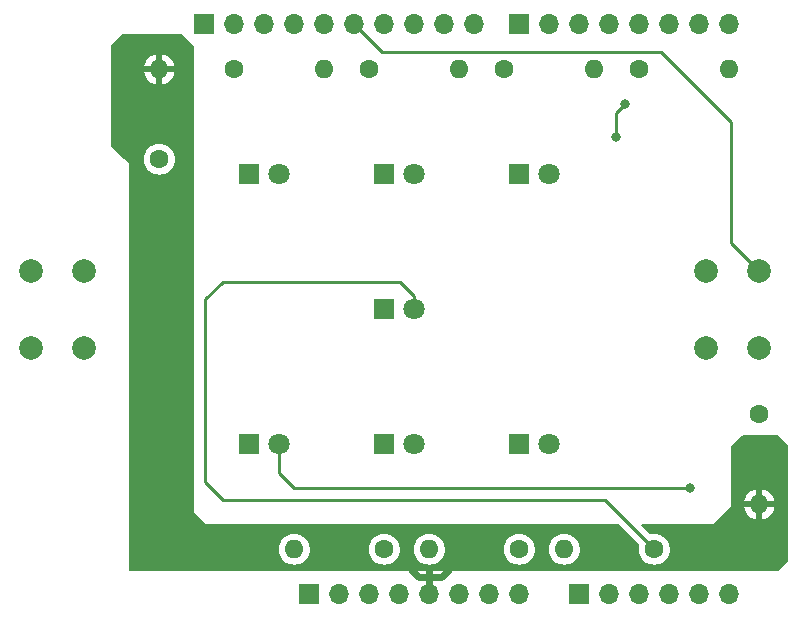
<source format=gbr>
%TF.GenerationSoftware,KiCad,Pcbnew,(6.0.7)*%
%TF.CreationDate,2022-08-31T11:28:36+09:00*%
%TF.ProjectId,LED_Dice,4c45445f-4469-4636-952e-6b696361645f,rev?*%
%TF.SameCoordinates,Original*%
%TF.FileFunction,Copper,L2,Bot*%
%TF.FilePolarity,Positive*%
%FSLAX46Y46*%
G04 Gerber Fmt 4.6, Leading zero omitted, Abs format (unit mm)*
G04 Created by KiCad (PCBNEW (6.0.7)) date 2022-08-31 11:28:36*
%MOMM*%
%LPD*%
G01*
G04 APERTURE LIST*
%TA.AperFunction,ComponentPad*%
%ADD10R,1.700000X1.700000*%
%TD*%
%TA.AperFunction,ComponentPad*%
%ADD11O,1.700000X1.700000*%
%TD*%
%TA.AperFunction,ComponentPad*%
%ADD12C,2.000000*%
%TD*%
%TA.AperFunction,ComponentPad*%
%ADD13C,1.600000*%
%TD*%
%TA.AperFunction,ComponentPad*%
%ADD14O,1.600000X1.600000*%
%TD*%
%TA.AperFunction,ComponentPad*%
%ADD15C,1.800000*%
%TD*%
%TA.AperFunction,ComponentPad*%
%ADD16R,1.800000X1.800000*%
%TD*%
%TA.AperFunction,ViaPad*%
%ADD17C,0.800000*%
%TD*%
%TA.AperFunction,Conductor*%
%ADD18C,0.600000*%
%TD*%
%TA.AperFunction,Conductor*%
%ADD19C,0.400000*%
%TD*%
%TA.AperFunction,Conductor*%
%ADD20C,0.250000*%
%TD*%
G04 APERTURE END LIST*
D10*
%TO.P,J4,1,Pin_1*%
%TO.N,D07*%
X242570000Y-29210000D03*
D11*
%TO.P,J4,2,Pin_2*%
%TO.N,D06*%
X245110000Y-29210000D03*
%TO.P,J4,3,Pin_3*%
%TO.N,D05*%
X247650000Y-29210000D03*
%TO.P,J4,4,Pin_4*%
%TO.N,D04*%
X250190000Y-29210000D03*
%TO.P,J4,5,Pin_5*%
%TO.N,unconnected-(J4-Pad5)*%
X252730000Y-29210000D03*
%TO.P,J4,6,Pin_6*%
%TO.N,unconnected-(J4-Pad6)*%
X255270000Y-29210000D03*
%TO.P,J4,7,Pin_7*%
%TO.N,unconnected-(J4-Pad7)*%
X257810000Y-29210000D03*
%TO.P,J4,8,Pin_8*%
%TO.N,unconnected-(J4-Pad8)*%
X260350000Y-29210000D03*
%TD*%
D10*
%TO.P,J3,1,Pin_1*%
%TO.N,unconnected-(J3-Pad1)*%
X215900000Y-29210000D03*
D11*
%TO.P,J3,2,Pin_2*%
%TO.N,unconnected-(J3-Pad2)*%
X218440000Y-29210000D03*
%TO.P,J3,3,Pin_3*%
%TO.N,unconnected-(J3-Pad3)*%
X220980000Y-29210000D03*
%TO.P,J3,4,Pin_4*%
%TO.N,unconnected-(J3-Pad4)*%
X223520000Y-29210000D03*
%TO.P,J3,5,Pin_5*%
%TO.N,unconnected-(J3-Pad5)*%
X226060000Y-29210000D03*
%TO.P,J3,6,Pin_6*%
%TO.N,D12_SW2*%
X228600000Y-29210000D03*
%TO.P,J3,7,Pin_7*%
%TO.N,D11_SW1*%
X231140000Y-29210000D03*
%TO.P,J3,8,Pin_8*%
%TO.N,D10*%
X233680000Y-29210000D03*
%TO.P,J3,9,Pin_9*%
%TO.N,D09*%
X236220000Y-29210000D03*
%TO.P,J3,10,Pin_10*%
%TO.N,D08*%
X238760000Y-29210000D03*
%TD*%
D10*
%TO.P,J2,1,Pin_1*%
%TO.N,unconnected-(J2-Pad1)*%
X247650000Y-77470000D03*
D11*
%TO.P,J2,2,Pin_2*%
%TO.N,unconnected-(J2-Pad2)*%
X250190000Y-77470000D03*
%TO.P,J2,3,Pin_3*%
%TO.N,unconnected-(J2-Pad3)*%
X252730000Y-77470000D03*
%TO.P,J2,4,Pin_4*%
%TO.N,unconnected-(J2-Pad4)*%
X255270000Y-77470000D03*
%TO.P,J2,5,Pin_5*%
%TO.N,unconnected-(J2-Pad5)*%
X257810000Y-77470000D03*
%TO.P,J2,6,Pin_6*%
%TO.N,unconnected-(J2-Pad6)*%
X260350000Y-77470000D03*
%TD*%
D10*
%TO.P,J1,1,Pin_1*%
%TO.N,unconnected-(J1-Pad1)*%
X224790000Y-77470000D03*
D11*
%TO.P,J1,2,Pin_2*%
%TO.N,unconnected-(J1-Pad2)*%
X227330000Y-77470000D03*
%TO.P,J1,3,Pin_3*%
%TO.N,unconnected-(J1-Pad3)*%
X229870000Y-77470000D03*
%TO.P,J1,4,Pin_4*%
%TO.N,unconnected-(J1-Pad4)*%
X232410000Y-77470000D03*
%TO.P,J1,5,Pin_5*%
%TO.N,+5V*%
X234950000Y-77470000D03*
%TO.P,J1,6,Pin_6*%
%TO.N,GND*%
X237490000Y-77470000D03*
%TO.P,J1,7,Pin_7*%
X240030000Y-77470000D03*
%TO.P,J1,8,Pin_8*%
%TO.N,unconnected-(J1-Pad8)*%
X242570000Y-77470000D03*
%TD*%
D12*
%TO.P,SW2,1,1*%
%TO.N,GND*%
X258390000Y-56590000D03*
%TO.P,SW2,2,2*%
X258390000Y-50090000D03*
%TO.P,SW2,3,K*%
%TO.N,D12_SW2*%
X262890000Y-50090000D03*
%TO.P,SW2,4,A*%
X262890000Y-56590000D03*
%TD*%
%TO.P,SW1,1,1*%
%TO.N,GND*%
X201240000Y-56590000D03*
%TO.P,SW1,2,2*%
X201240000Y-50090000D03*
%TO.P,SW1,3,K*%
%TO.N,D11_SW1*%
X205740000Y-50090000D03*
%TO.P,SW1,4,A*%
X205740000Y-56590000D03*
%TD*%
D13*
%TO.P,R9,1*%
%TO.N,D12_SW2*%
X262890000Y-62230000D03*
D14*
%TO.P,R9,2*%
%TO.N,+5V*%
X262890000Y-69850000D03*
%TD*%
D13*
%TO.P,R8,1*%
%TO.N,D11_SW1*%
X212090000Y-40640000D03*
D14*
%TO.P,R8,2*%
%TO.N,+5V*%
X212090000Y-33020000D03*
%TD*%
D13*
%TO.P,R7,1*%
%TO.N,Net-(R7-Pad1)*%
X218440000Y-33020000D03*
D14*
%TO.P,R7,2*%
%TO.N,D10*%
X226060000Y-33020000D03*
%TD*%
D13*
%TO.P,R6,1*%
%TO.N,Net-(D6-Pad2)*%
X229870000Y-33020000D03*
D14*
%TO.P,R6,2*%
%TO.N,D09*%
X237490000Y-33020000D03*
%TD*%
D13*
%TO.P,R5,1*%
%TO.N,Net-(D5-Pad2)*%
X241300000Y-33020000D03*
D14*
%TO.P,R5,2*%
%TO.N,D08*%
X248920000Y-33020000D03*
%TD*%
D13*
%TO.P,R4,1*%
%TO.N,Net-(D4-Pad2)*%
X252730000Y-33020000D03*
D14*
%TO.P,R4,2*%
%TO.N,D07*%
X260350000Y-33020000D03*
%TD*%
D13*
%TO.P,R3,1*%
%TO.N,Net-(D3-Pad2)*%
X231140000Y-73660000D03*
D14*
%TO.P,R3,2*%
%TO.N,D06*%
X223520000Y-73660000D03*
%TD*%
D13*
%TO.P,R2,1*%
%TO.N,Net-(D2-Pad2)*%
X242570000Y-73660000D03*
D14*
%TO.P,R2,2*%
%TO.N,D05*%
X234950000Y-73660000D03*
%TD*%
D13*
%TO.P,R1,1*%
%TO.N,Net-(D1-Pad2)*%
X254000000Y-73660000D03*
D14*
%TO.P,R1,2*%
%TO.N,D04*%
X246380000Y-73660000D03*
%TD*%
D15*
%TO.P,D7,2,A*%
%TO.N,Net-(R7-Pad1)*%
X222250000Y-41910000D03*
D16*
%TO.P,D7,1,K*%
%TO.N,GND*%
X219710000Y-41910000D03*
%TD*%
%TO.P,D6,1,K*%
%TO.N,GND*%
X231140000Y-41910000D03*
D15*
%TO.P,D6,2,A*%
%TO.N,Net-(D6-Pad2)*%
X233680000Y-41910000D03*
%TD*%
D16*
%TO.P,D5,1,K*%
%TO.N,GND*%
X242570000Y-41910000D03*
D15*
%TO.P,D5,2,A*%
%TO.N,Net-(D5-Pad2)*%
X245110000Y-41910000D03*
%TD*%
D16*
%TO.P,D4,1,K*%
%TO.N,GND*%
X219710000Y-64770000D03*
D15*
%TO.P,D4,2,A*%
%TO.N,Net-(D4-Pad2)*%
X222250000Y-64770000D03*
%TD*%
D16*
%TO.P,D3,1,K*%
%TO.N,GND*%
X231140000Y-64770000D03*
D15*
%TO.P,D3,2,A*%
%TO.N,Net-(D3-Pad2)*%
X233680000Y-64770000D03*
%TD*%
D16*
%TO.P,D2,1,K*%
%TO.N,GND*%
X242570000Y-64770000D03*
D15*
%TO.P,D2,2,A*%
%TO.N,Net-(D2-Pad2)*%
X245110000Y-64770000D03*
%TD*%
D16*
%TO.P,D1,1,K*%
%TO.N,GND*%
X231140000Y-53340000D03*
D15*
%TO.P,D1,2,A*%
%TO.N,Net-(D1-Pad2)*%
X233680000Y-53340000D03*
%TD*%
D17*
%TO.N,D04*%
X250737700Y-38762300D03*
X251500000Y-36000000D03*
%TO.N,Net-(D4-Pad2)*%
X257000000Y-68500000D03*
%TD*%
D18*
%TO.N,+5V*%
X235950000Y-76050000D02*
X236500000Y-75500000D01*
X234950000Y-76050000D02*
X235950000Y-76050000D01*
X234950000Y-76050000D02*
X234050000Y-76050000D01*
X233500000Y-75500000D02*
X234050000Y-76050000D01*
X234950000Y-76050000D02*
X234950000Y-75550000D01*
X234950000Y-77470000D02*
X234950000Y-76050000D01*
D19*
X234950000Y-75550000D02*
X235000000Y-75500000D01*
D20*
%TO.N,D04*%
X250737700Y-36762300D02*
X251500000Y-36000000D01*
X250737700Y-38762300D02*
X250737700Y-36762300D01*
%TO.N,Net-(D4-Pad2)*%
X223500000Y-68500000D02*
X257000000Y-68500000D01*
X222250000Y-67250000D02*
X223500000Y-68500000D01*
X222250000Y-64770000D02*
X222250000Y-67250000D01*
%TO.N,Net-(D1-Pad2)*%
X233680000Y-52180000D02*
X233680000Y-53340000D01*
X232500000Y-51000000D02*
X233680000Y-52180000D01*
X217500000Y-51000000D02*
X232500000Y-51000000D01*
X216000000Y-52500000D02*
X217500000Y-51000000D01*
X216000000Y-68000000D02*
X216000000Y-52500000D01*
X217500000Y-69500000D02*
X216000000Y-68000000D01*
X249840000Y-69500000D02*
X217500000Y-69500000D01*
X254000000Y-73660000D02*
X249840000Y-69500000D01*
D19*
%TO.N,+5V*%
X238000000Y-74420000D02*
X238000000Y-73500000D01*
D20*
%TO.N,D12_SW2*%
X260500000Y-47700000D02*
X262890000Y-50090000D01*
X260500000Y-37500000D02*
X260500000Y-47700000D01*
X230956399Y-31566399D02*
X254566399Y-31566399D01*
X254566399Y-31566399D02*
X260500000Y-37500000D01*
X228600000Y-29210000D02*
X230956399Y-31566399D01*
%TD*%
%TA.AperFunction,Conductor*%
%TO.N,+5V*%
G36*
X214015931Y-30020002D02*
G01*
X214036905Y-30036905D01*
X214963095Y-30963095D01*
X214997121Y-31025407D01*
X215000000Y-31052190D01*
X215000000Y-70500000D01*
X216000000Y-71500000D01*
X250891906Y-71500000D01*
X250960027Y-71520002D01*
X250981001Y-71536905D01*
X252690848Y-73246752D01*
X252724874Y-73309064D01*
X252723459Y-73368459D01*
X252707882Y-73426591D01*
X252707881Y-73426598D01*
X252706457Y-73431913D01*
X252686502Y-73660000D01*
X252706457Y-73888087D01*
X252765716Y-74109243D01*
X252768039Y-74114224D01*
X252768039Y-74114225D01*
X252860151Y-74311762D01*
X252860154Y-74311767D01*
X252862477Y-74316749D01*
X252993802Y-74504300D01*
X253155700Y-74666198D01*
X253160208Y-74669355D01*
X253160211Y-74669357D01*
X253238389Y-74724098D01*
X253343251Y-74797523D01*
X253348233Y-74799846D01*
X253348238Y-74799849D01*
X253545775Y-74891961D01*
X253550757Y-74894284D01*
X253556065Y-74895706D01*
X253556067Y-74895707D01*
X253766598Y-74952119D01*
X253766600Y-74952119D01*
X253771913Y-74953543D01*
X254000000Y-74973498D01*
X254228087Y-74953543D01*
X254233400Y-74952119D01*
X254233402Y-74952119D01*
X254443933Y-74895707D01*
X254443935Y-74895706D01*
X254449243Y-74894284D01*
X254454225Y-74891961D01*
X254651762Y-74799849D01*
X254651767Y-74799846D01*
X254656749Y-74797523D01*
X254761611Y-74724098D01*
X254839789Y-74669357D01*
X254839792Y-74669355D01*
X254844300Y-74666198D01*
X255006198Y-74504300D01*
X255137523Y-74316749D01*
X255139846Y-74311767D01*
X255139849Y-74311762D01*
X255231961Y-74114225D01*
X255231961Y-74114224D01*
X255234284Y-74109243D01*
X255293543Y-73888087D01*
X255313498Y-73660000D01*
X255293543Y-73431913D01*
X255292117Y-73426591D01*
X255235707Y-73216067D01*
X255235706Y-73216065D01*
X255234284Y-73210757D01*
X255231961Y-73205775D01*
X255139849Y-73008238D01*
X255139846Y-73008233D01*
X255137523Y-73003251D01*
X255006198Y-72815700D01*
X254844300Y-72653802D01*
X254839792Y-72650645D01*
X254839789Y-72650643D01*
X254761611Y-72595902D01*
X254656749Y-72522477D01*
X254651767Y-72520154D01*
X254651762Y-72520151D01*
X254454225Y-72428039D01*
X254454224Y-72428039D01*
X254449243Y-72425716D01*
X254443935Y-72424294D01*
X254443933Y-72424293D01*
X254233402Y-72367881D01*
X254233400Y-72367881D01*
X254228087Y-72366457D01*
X254000000Y-72346502D01*
X253771913Y-72366457D01*
X253708458Y-72383460D01*
X253637482Y-72381770D01*
X253586753Y-72350848D01*
X252951000Y-71715095D01*
X252916974Y-71652783D01*
X252922039Y-71581968D01*
X252964586Y-71525132D01*
X253031106Y-71500321D01*
X253040095Y-71500000D01*
X259000000Y-71500000D01*
X260383478Y-70116522D01*
X261607273Y-70116522D01*
X261654764Y-70293761D01*
X261658510Y-70304053D01*
X261750586Y-70501511D01*
X261756069Y-70511007D01*
X261881028Y-70689467D01*
X261888084Y-70697875D01*
X262042125Y-70851916D01*
X262050533Y-70858972D01*
X262228993Y-70983931D01*
X262238489Y-70989414D01*
X262435947Y-71081490D01*
X262446239Y-71085236D01*
X262618503Y-71131394D01*
X262632599Y-71131058D01*
X262636000Y-71123116D01*
X262636000Y-71117967D01*
X263144000Y-71117967D01*
X263147973Y-71131498D01*
X263156522Y-71132727D01*
X263333761Y-71085236D01*
X263344053Y-71081490D01*
X263541511Y-70989414D01*
X263551007Y-70983931D01*
X263729467Y-70858972D01*
X263737875Y-70851916D01*
X263891916Y-70697875D01*
X263898972Y-70689467D01*
X264023931Y-70511007D01*
X264029414Y-70501511D01*
X264121490Y-70304053D01*
X264125236Y-70293761D01*
X264171394Y-70121497D01*
X264171058Y-70107401D01*
X264163116Y-70104000D01*
X263162115Y-70104000D01*
X263146876Y-70108475D01*
X263145671Y-70109865D01*
X263144000Y-70117548D01*
X263144000Y-71117967D01*
X262636000Y-71117967D01*
X262636000Y-70122115D01*
X262631525Y-70106876D01*
X262630135Y-70105671D01*
X262622452Y-70104000D01*
X261622033Y-70104000D01*
X261608502Y-70107973D01*
X261607273Y-70116522D01*
X260383478Y-70116522D01*
X260500000Y-70000000D01*
X260500000Y-69578503D01*
X261608606Y-69578503D01*
X261608942Y-69592599D01*
X261616884Y-69596000D01*
X262617885Y-69596000D01*
X262633124Y-69591525D01*
X262634329Y-69590135D01*
X262636000Y-69582452D01*
X262636000Y-69577885D01*
X263144000Y-69577885D01*
X263148475Y-69593124D01*
X263149865Y-69594329D01*
X263157548Y-69596000D01*
X264157967Y-69596000D01*
X264171498Y-69592027D01*
X264172727Y-69583478D01*
X264125236Y-69406239D01*
X264121490Y-69395947D01*
X264029414Y-69198489D01*
X264023931Y-69188993D01*
X263898972Y-69010533D01*
X263891916Y-69002125D01*
X263737875Y-68848084D01*
X263729467Y-68841028D01*
X263551007Y-68716069D01*
X263541511Y-68710586D01*
X263344053Y-68618510D01*
X263333761Y-68614764D01*
X263161497Y-68568606D01*
X263147401Y-68568942D01*
X263144000Y-68576884D01*
X263144000Y-69577885D01*
X262636000Y-69577885D01*
X262636000Y-68582033D01*
X262632027Y-68568502D01*
X262623478Y-68567273D01*
X262446239Y-68614764D01*
X262435947Y-68618510D01*
X262238489Y-68710586D01*
X262228993Y-68716069D01*
X262050533Y-68841028D01*
X262042125Y-68848084D01*
X261888084Y-69002125D01*
X261881028Y-69010533D01*
X261756069Y-69188993D01*
X261750586Y-69198489D01*
X261658510Y-69395947D01*
X261654764Y-69406239D01*
X261608606Y-69578503D01*
X260500000Y-69578503D01*
X260500000Y-65052190D01*
X260520002Y-64984069D01*
X260536905Y-64963095D01*
X261463095Y-64036905D01*
X261525407Y-64002879D01*
X261552190Y-64000000D01*
X264447810Y-64000000D01*
X264515931Y-64020002D01*
X264536905Y-64036905D01*
X265324595Y-64824595D01*
X265358621Y-64886907D01*
X265361500Y-64913690D01*
X265361500Y-74586310D01*
X265341498Y-74654431D01*
X265324595Y-74675405D01*
X264536905Y-75463095D01*
X264474593Y-75497121D01*
X264447810Y-75500000D01*
X209626000Y-75500000D01*
X209557879Y-75479998D01*
X209511386Y-75426342D01*
X209500000Y-75374000D01*
X209500000Y-73660000D01*
X222206502Y-73660000D01*
X222226457Y-73888087D01*
X222285716Y-74109243D01*
X222288039Y-74114224D01*
X222288039Y-74114225D01*
X222380151Y-74311762D01*
X222380154Y-74311767D01*
X222382477Y-74316749D01*
X222513802Y-74504300D01*
X222675700Y-74666198D01*
X222680208Y-74669355D01*
X222680211Y-74669357D01*
X222758389Y-74724098D01*
X222863251Y-74797523D01*
X222868233Y-74799846D01*
X222868238Y-74799849D01*
X223065775Y-74891961D01*
X223070757Y-74894284D01*
X223076065Y-74895706D01*
X223076067Y-74895707D01*
X223286598Y-74952119D01*
X223286600Y-74952119D01*
X223291913Y-74953543D01*
X223520000Y-74973498D01*
X223748087Y-74953543D01*
X223753400Y-74952119D01*
X223753402Y-74952119D01*
X223963933Y-74895707D01*
X223963935Y-74895706D01*
X223969243Y-74894284D01*
X223974225Y-74891961D01*
X224171762Y-74799849D01*
X224171767Y-74799846D01*
X224176749Y-74797523D01*
X224281611Y-74724098D01*
X224359789Y-74669357D01*
X224359792Y-74669355D01*
X224364300Y-74666198D01*
X224526198Y-74504300D01*
X224657523Y-74316749D01*
X224659846Y-74311767D01*
X224659849Y-74311762D01*
X224751961Y-74114225D01*
X224751961Y-74114224D01*
X224754284Y-74109243D01*
X224813543Y-73888087D01*
X224833498Y-73660000D01*
X229826502Y-73660000D01*
X229846457Y-73888087D01*
X229905716Y-74109243D01*
X229908039Y-74114224D01*
X229908039Y-74114225D01*
X230000151Y-74311762D01*
X230000154Y-74311767D01*
X230002477Y-74316749D01*
X230133802Y-74504300D01*
X230295700Y-74666198D01*
X230300208Y-74669355D01*
X230300211Y-74669357D01*
X230378389Y-74724098D01*
X230483251Y-74797523D01*
X230488233Y-74799846D01*
X230488238Y-74799849D01*
X230685775Y-74891961D01*
X230690757Y-74894284D01*
X230696065Y-74895706D01*
X230696067Y-74895707D01*
X230906598Y-74952119D01*
X230906600Y-74952119D01*
X230911913Y-74953543D01*
X231140000Y-74973498D01*
X231368087Y-74953543D01*
X231373400Y-74952119D01*
X231373402Y-74952119D01*
X231583933Y-74895707D01*
X231583935Y-74895706D01*
X231589243Y-74894284D01*
X231594225Y-74891961D01*
X231791762Y-74799849D01*
X231791767Y-74799846D01*
X231796749Y-74797523D01*
X231901611Y-74724098D01*
X231979789Y-74669357D01*
X231979792Y-74669355D01*
X231984300Y-74666198D01*
X232146198Y-74504300D01*
X232277523Y-74316749D01*
X232279846Y-74311767D01*
X232279849Y-74311762D01*
X232371961Y-74114225D01*
X232371961Y-74114224D01*
X232374284Y-74109243D01*
X232433543Y-73888087D01*
X232453498Y-73660000D01*
X233636502Y-73660000D01*
X233656457Y-73888087D01*
X233715716Y-74109243D01*
X233718039Y-74114224D01*
X233718039Y-74114225D01*
X233810151Y-74311762D01*
X233810154Y-74311767D01*
X233812477Y-74316749D01*
X233943802Y-74504300D01*
X234105700Y-74666198D01*
X234110208Y-74669355D01*
X234110211Y-74669357D01*
X234188389Y-74724098D01*
X234293251Y-74797523D01*
X234298233Y-74799846D01*
X234298238Y-74799849D01*
X234495775Y-74891961D01*
X234500757Y-74894284D01*
X234506065Y-74895706D01*
X234506067Y-74895707D01*
X234716598Y-74952119D01*
X234716600Y-74952119D01*
X234721913Y-74953543D01*
X234950000Y-74973498D01*
X235178087Y-74953543D01*
X235183400Y-74952119D01*
X235183402Y-74952119D01*
X235393933Y-74895707D01*
X235393935Y-74895706D01*
X235399243Y-74894284D01*
X235404225Y-74891961D01*
X235601762Y-74799849D01*
X235601767Y-74799846D01*
X235606749Y-74797523D01*
X235711611Y-74724098D01*
X235789789Y-74669357D01*
X235789792Y-74669355D01*
X235794300Y-74666198D01*
X235956198Y-74504300D01*
X236087523Y-74316749D01*
X236089846Y-74311767D01*
X236089849Y-74311762D01*
X236181961Y-74114225D01*
X236181961Y-74114224D01*
X236184284Y-74109243D01*
X236243543Y-73888087D01*
X236263498Y-73660000D01*
X241256502Y-73660000D01*
X241276457Y-73888087D01*
X241335716Y-74109243D01*
X241338039Y-74114224D01*
X241338039Y-74114225D01*
X241430151Y-74311762D01*
X241430154Y-74311767D01*
X241432477Y-74316749D01*
X241563802Y-74504300D01*
X241725700Y-74666198D01*
X241730208Y-74669355D01*
X241730211Y-74669357D01*
X241808389Y-74724098D01*
X241913251Y-74797523D01*
X241918233Y-74799846D01*
X241918238Y-74799849D01*
X242115775Y-74891961D01*
X242120757Y-74894284D01*
X242126065Y-74895706D01*
X242126067Y-74895707D01*
X242336598Y-74952119D01*
X242336600Y-74952119D01*
X242341913Y-74953543D01*
X242570000Y-74973498D01*
X242798087Y-74953543D01*
X242803400Y-74952119D01*
X242803402Y-74952119D01*
X243013933Y-74895707D01*
X243013935Y-74895706D01*
X243019243Y-74894284D01*
X243024225Y-74891961D01*
X243221762Y-74799849D01*
X243221767Y-74799846D01*
X243226749Y-74797523D01*
X243331611Y-74724098D01*
X243409789Y-74669357D01*
X243409792Y-74669355D01*
X243414300Y-74666198D01*
X243576198Y-74504300D01*
X243707523Y-74316749D01*
X243709846Y-74311767D01*
X243709849Y-74311762D01*
X243801961Y-74114225D01*
X243801961Y-74114224D01*
X243804284Y-74109243D01*
X243863543Y-73888087D01*
X243883498Y-73660000D01*
X245066502Y-73660000D01*
X245086457Y-73888087D01*
X245145716Y-74109243D01*
X245148039Y-74114224D01*
X245148039Y-74114225D01*
X245240151Y-74311762D01*
X245240154Y-74311767D01*
X245242477Y-74316749D01*
X245373802Y-74504300D01*
X245535700Y-74666198D01*
X245540208Y-74669355D01*
X245540211Y-74669357D01*
X245618389Y-74724098D01*
X245723251Y-74797523D01*
X245728233Y-74799846D01*
X245728238Y-74799849D01*
X245925775Y-74891961D01*
X245930757Y-74894284D01*
X245936065Y-74895706D01*
X245936067Y-74895707D01*
X246146598Y-74952119D01*
X246146600Y-74952119D01*
X246151913Y-74953543D01*
X246380000Y-74973498D01*
X246608087Y-74953543D01*
X246613400Y-74952119D01*
X246613402Y-74952119D01*
X246823933Y-74895707D01*
X246823935Y-74895706D01*
X246829243Y-74894284D01*
X246834225Y-74891961D01*
X247031762Y-74799849D01*
X247031767Y-74799846D01*
X247036749Y-74797523D01*
X247141611Y-74724098D01*
X247219789Y-74669357D01*
X247219792Y-74669355D01*
X247224300Y-74666198D01*
X247386198Y-74504300D01*
X247517523Y-74316749D01*
X247519846Y-74311767D01*
X247519849Y-74311762D01*
X247611961Y-74114225D01*
X247611961Y-74114224D01*
X247614284Y-74109243D01*
X247673543Y-73888087D01*
X247693498Y-73660000D01*
X247673543Y-73431913D01*
X247672117Y-73426591D01*
X247615707Y-73216067D01*
X247615706Y-73216065D01*
X247614284Y-73210757D01*
X247611961Y-73205775D01*
X247519849Y-73008238D01*
X247519846Y-73008233D01*
X247517523Y-73003251D01*
X247386198Y-72815700D01*
X247224300Y-72653802D01*
X247219792Y-72650645D01*
X247219789Y-72650643D01*
X247141611Y-72595902D01*
X247036749Y-72522477D01*
X247031767Y-72520154D01*
X247031762Y-72520151D01*
X246834225Y-72428039D01*
X246834224Y-72428039D01*
X246829243Y-72425716D01*
X246823935Y-72424294D01*
X246823933Y-72424293D01*
X246613402Y-72367881D01*
X246613400Y-72367881D01*
X246608087Y-72366457D01*
X246380000Y-72346502D01*
X246151913Y-72366457D01*
X246146600Y-72367881D01*
X246146598Y-72367881D01*
X245936067Y-72424293D01*
X245936065Y-72424294D01*
X245930757Y-72425716D01*
X245925776Y-72428039D01*
X245925775Y-72428039D01*
X245728238Y-72520151D01*
X245728233Y-72520154D01*
X245723251Y-72522477D01*
X245618389Y-72595902D01*
X245540211Y-72650643D01*
X245540208Y-72650645D01*
X245535700Y-72653802D01*
X245373802Y-72815700D01*
X245242477Y-73003251D01*
X245240154Y-73008233D01*
X245240151Y-73008238D01*
X245148039Y-73205775D01*
X245145716Y-73210757D01*
X245144294Y-73216065D01*
X245144293Y-73216067D01*
X245087883Y-73426591D01*
X245086457Y-73431913D01*
X245066502Y-73660000D01*
X243883498Y-73660000D01*
X243863543Y-73431913D01*
X243862117Y-73426591D01*
X243805707Y-73216067D01*
X243805706Y-73216065D01*
X243804284Y-73210757D01*
X243801961Y-73205775D01*
X243709849Y-73008238D01*
X243709846Y-73008233D01*
X243707523Y-73003251D01*
X243576198Y-72815700D01*
X243414300Y-72653802D01*
X243409792Y-72650645D01*
X243409789Y-72650643D01*
X243331611Y-72595902D01*
X243226749Y-72522477D01*
X243221767Y-72520154D01*
X243221762Y-72520151D01*
X243024225Y-72428039D01*
X243024224Y-72428039D01*
X243019243Y-72425716D01*
X243013935Y-72424294D01*
X243013933Y-72424293D01*
X242803402Y-72367881D01*
X242803400Y-72367881D01*
X242798087Y-72366457D01*
X242570000Y-72346502D01*
X242341913Y-72366457D01*
X242336600Y-72367881D01*
X242336598Y-72367881D01*
X242126067Y-72424293D01*
X242126065Y-72424294D01*
X242120757Y-72425716D01*
X242115776Y-72428039D01*
X242115775Y-72428039D01*
X241918238Y-72520151D01*
X241918233Y-72520154D01*
X241913251Y-72522477D01*
X241808389Y-72595902D01*
X241730211Y-72650643D01*
X241730208Y-72650645D01*
X241725700Y-72653802D01*
X241563802Y-72815700D01*
X241432477Y-73003251D01*
X241430154Y-73008233D01*
X241430151Y-73008238D01*
X241338039Y-73205775D01*
X241335716Y-73210757D01*
X241334294Y-73216065D01*
X241334293Y-73216067D01*
X241277883Y-73426591D01*
X241276457Y-73431913D01*
X241256502Y-73660000D01*
X236263498Y-73660000D01*
X236243543Y-73431913D01*
X236242117Y-73426591D01*
X236185707Y-73216067D01*
X236185706Y-73216065D01*
X236184284Y-73210757D01*
X236181961Y-73205775D01*
X236089849Y-73008238D01*
X236089846Y-73008233D01*
X236087523Y-73003251D01*
X235956198Y-72815700D01*
X235794300Y-72653802D01*
X235789792Y-72650645D01*
X235789789Y-72650643D01*
X235711611Y-72595902D01*
X235606749Y-72522477D01*
X235601767Y-72520154D01*
X235601762Y-72520151D01*
X235404225Y-72428039D01*
X235404224Y-72428039D01*
X235399243Y-72425716D01*
X235393935Y-72424294D01*
X235393933Y-72424293D01*
X235183402Y-72367881D01*
X235183400Y-72367881D01*
X235178087Y-72366457D01*
X234950000Y-72346502D01*
X234721913Y-72366457D01*
X234716600Y-72367881D01*
X234716598Y-72367881D01*
X234506067Y-72424293D01*
X234506065Y-72424294D01*
X234500757Y-72425716D01*
X234495776Y-72428039D01*
X234495775Y-72428039D01*
X234298238Y-72520151D01*
X234298233Y-72520154D01*
X234293251Y-72522477D01*
X234188389Y-72595902D01*
X234110211Y-72650643D01*
X234110208Y-72650645D01*
X234105700Y-72653802D01*
X233943802Y-72815700D01*
X233812477Y-73003251D01*
X233810154Y-73008233D01*
X233810151Y-73008238D01*
X233718039Y-73205775D01*
X233715716Y-73210757D01*
X233714294Y-73216065D01*
X233714293Y-73216067D01*
X233657883Y-73426591D01*
X233656457Y-73431913D01*
X233636502Y-73660000D01*
X232453498Y-73660000D01*
X232433543Y-73431913D01*
X232432117Y-73426591D01*
X232375707Y-73216067D01*
X232375706Y-73216065D01*
X232374284Y-73210757D01*
X232371961Y-73205775D01*
X232279849Y-73008238D01*
X232279846Y-73008233D01*
X232277523Y-73003251D01*
X232146198Y-72815700D01*
X231984300Y-72653802D01*
X231979792Y-72650645D01*
X231979789Y-72650643D01*
X231901611Y-72595902D01*
X231796749Y-72522477D01*
X231791767Y-72520154D01*
X231791762Y-72520151D01*
X231594225Y-72428039D01*
X231594224Y-72428039D01*
X231589243Y-72425716D01*
X231583935Y-72424294D01*
X231583933Y-72424293D01*
X231373402Y-72367881D01*
X231373400Y-72367881D01*
X231368087Y-72366457D01*
X231140000Y-72346502D01*
X230911913Y-72366457D01*
X230906600Y-72367881D01*
X230906598Y-72367881D01*
X230696067Y-72424293D01*
X230696065Y-72424294D01*
X230690757Y-72425716D01*
X230685776Y-72428039D01*
X230685775Y-72428039D01*
X230488238Y-72520151D01*
X230488233Y-72520154D01*
X230483251Y-72522477D01*
X230378389Y-72595902D01*
X230300211Y-72650643D01*
X230300208Y-72650645D01*
X230295700Y-72653802D01*
X230133802Y-72815700D01*
X230002477Y-73003251D01*
X230000154Y-73008233D01*
X230000151Y-73008238D01*
X229908039Y-73205775D01*
X229905716Y-73210757D01*
X229904294Y-73216065D01*
X229904293Y-73216067D01*
X229847883Y-73426591D01*
X229846457Y-73431913D01*
X229826502Y-73660000D01*
X224833498Y-73660000D01*
X224813543Y-73431913D01*
X224812117Y-73426591D01*
X224755707Y-73216067D01*
X224755706Y-73216065D01*
X224754284Y-73210757D01*
X224751961Y-73205775D01*
X224659849Y-73008238D01*
X224659846Y-73008233D01*
X224657523Y-73003251D01*
X224526198Y-72815700D01*
X224364300Y-72653802D01*
X224359792Y-72650645D01*
X224359789Y-72650643D01*
X224281611Y-72595902D01*
X224176749Y-72522477D01*
X224171767Y-72520154D01*
X224171762Y-72520151D01*
X223974225Y-72428039D01*
X223974224Y-72428039D01*
X223969243Y-72425716D01*
X223963935Y-72424294D01*
X223963933Y-72424293D01*
X223753402Y-72367881D01*
X223753400Y-72367881D01*
X223748087Y-72366457D01*
X223520000Y-72346502D01*
X223291913Y-72366457D01*
X223286600Y-72367881D01*
X223286598Y-72367881D01*
X223076067Y-72424293D01*
X223076065Y-72424294D01*
X223070757Y-72425716D01*
X223065776Y-72428039D01*
X223065775Y-72428039D01*
X222868238Y-72520151D01*
X222868233Y-72520154D01*
X222863251Y-72522477D01*
X222758389Y-72595902D01*
X222680211Y-72650643D01*
X222680208Y-72650645D01*
X222675700Y-72653802D01*
X222513802Y-72815700D01*
X222382477Y-73003251D01*
X222380154Y-73008233D01*
X222380151Y-73008238D01*
X222288039Y-73205775D01*
X222285716Y-73210757D01*
X222284294Y-73216065D01*
X222284293Y-73216067D01*
X222227883Y-73426591D01*
X222226457Y-73431913D01*
X222206502Y-73660000D01*
X209500000Y-73660000D01*
X209500000Y-41000000D01*
X209140000Y-40640000D01*
X210776502Y-40640000D01*
X210796457Y-40868087D01*
X210855716Y-41089243D01*
X210858039Y-41094224D01*
X210858039Y-41094225D01*
X210950151Y-41291762D01*
X210950154Y-41291767D01*
X210952477Y-41296749D01*
X211083802Y-41484300D01*
X211245700Y-41646198D01*
X211250208Y-41649355D01*
X211250211Y-41649357D01*
X211277476Y-41668448D01*
X211433251Y-41777523D01*
X211438233Y-41779846D01*
X211438238Y-41779849D01*
X211635775Y-41871961D01*
X211640757Y-41874284D01*
X211646065Y-41875706D01*
X211646067Y-41875707D01*
X211856598Y-41932119D01*
X211856600Y-41932119D01*
X211861913Y-41933543D01*
X212090000Y-41953498D01*
X212318087Y-41933543D01*
X212323400Y-41932119D01*
X212323402Y-41932119D01*
X212533933Y-41875707D01*
X212533935Y-41875706D01*
X212539243Y-41874284D01*
X212544225Y-41871961D01*
X212741762Y-41779849D01*
X212741767Y-41779846D01*
X212746749Y-41777523D01*
X212902524Y-41668448D01*
X212929789Y-41649357D01*
X212929792Y-41649355D01*
X212934300Y-41646198D01*
X213096198Y-41484300D01*
X213227523Y-41296749D01*
X213229846Y-41291767D01*
X213229849Y-41291762D01*
X213321961Y-41094225D01*
X213321961Y-41094224D01*
X213324284Y-41089243D01*
X213383543Y-40868087D01*
X213403498Y-40640000D01*
X213383543Y-40411913D01*
X213324284Y-40190757D01*
X213321961Y-40185775D01*
X213229849Y-39988238D01*
X213229846Y-39988233D01*
X213227523Y-39983251D01*
X213096198Y-39795700D01*
X212934300Y-39633802D01*
X212929792Y-39630645D01*
X212929789Y-39630643D01*
X212795357Y-39536513D01*
X212746749Y-39502477D01*
X212741767Y-39500154D01*
X212741762Y-39500151D01*
X212544225Y-39408039D01*
X212544224Y-39408039D01*
X212539243Y-39405716D01*
X212533935Y-39404294D01*
X212533933Y-39404293D01*
X212323402Y-39347881D01*
X212323400Y-39347881D01*
X212318087Y-39346457D01*
X212090000Y-39326502D01*
X211861913Y-39346457D01*
X211856600Y-39347881D01*
X211856598Y-39347881D01*
X211646067Y-39404293D01*
X211646065Y-39404294D01*
X211640757Y-39405716D01*
X211635776Y-39408039D01*
X211635775Y-39408039D01*
X211438238Y-39500151D01*
X211438233Y-39500154D01*
X211433251Y-39502477D01*
X211384643Y-39536513D01*
X211250211Y-39630643D01*
X211250208Y-39630645D01*
X211245700Y-39633802D01*
X211083802Y-39795700D01*
X210952477Y-39983251D01*
X210950154Y-39988233D01*
X210950151Y-39988238D01*
X210858039Y-40185775D01*
X210855716Y-40190757D01*
X210796457Y-40411913D01*
X210776502Y-40640000D01*
X209140000Y-40640000D01*
X208036905Y-39536905D01*
X208002879Y-39474593D01*
X208000000Y-39447810D01*
X208000000Y-33286522D01*
X210807273Y-33286522D01*
X210854764Y-33463761D01*
X210858510Y-33474053D01*
X210950586Y-33671511D01*
X210956069Y-33681007D01*
X211081028Y-33859467D01*
X211088084Y-33867875D01*
X211242125Y-34021916D01*
X211250533Y-34028972D01*
X211428993Y-34153931D01*
X211438489Y-34159414D01*
X211635947Y-34251490D01*
X211646239Y-34255236D01*
X211818503Y-34301394D01*
X211832599Y-34301058D01*
X211836000Y-34293116D01*
X211836000Y-34287967D01*
X212344000Y-34287967D01*
X212347973Y-34301498D01*
X212356522Y-34302727D01*
X212533761Y-34255236D01*
X212544053Y-34251490D01*
X212741511Y-34159414D01*
X212751007Y-34153931D01*
X212929467Y-34028972D01*
X212937875Y-34021916D01*
X213091916Y-33867875D01*
X213098972Y-33859467D01*
X213223931Y-33681007D01*
X213229414Y-33671511D01*
X213321490Y-33474053D01*
X213325236Y-33463761D01*
X213371394Y-33291497D01*
X213371058Y-33277401D01*
X213363116Y-33274000D01*
X212362115Y-33274000D01*
X212346876Y-33278475D01*
X212345671Y-33279865D01*
X212344000Y-33287548D01*
X212344000Y-34287967D01*
X211836000Y-34287967D01*
X211836000Y-33292115D01*
X211831525Y-33276876D01*
X211830135Y-33275671D01*
X211822452Y-33274000D01*
X210822033Y-33274000D01*
X210808502Y-33277973D01*
X210807273Y-33286522D01*
X208000000Y-33286522D01*
X208000000Y-32748503D01*
X210808606Y-32748503D01*
X210808942Y-32762599D01*
X210816884Y-32766000D01*
X211817885Y-32766000D01*
X211833124Y-32761525D01*
X211834329Y-32760135D01*
X211836000Y-32752452D01*
X211836000Y-32747885D01*
X212344000Y-32747885D01*
X212348475Y-32763124D01*
X212349865Y-32764329D01*
X212357548Y-32766000D01*
X213357967Y-32766000D01*
X213371498Y-32762027D01*
X213372727Y-32753478D01*
X213325236Y-32576239D01*
X213321490Y-32565947D01*
X213229414Y-32368489D01*
X213223931Y-32358993D01*
X213098972Y-32180533D01*
X213091916Y-32172125D01*
X212937875Y-32018084D01*
X212929467Y-32011028D01*
X212751007Y-31886069D01*
X212741511Y-31880586D01*
X212544053Y-31788510D01*
X212533761Y-31784764D01*
X212361497Y-31738606D01*
X212347401Y-31738942D01*
X212344000Y-31746884D01*
X212344000Y-32747885D01*
X211836000Y-32747885D01*
X211836000Y-31752033D01*
X211832027Y-31738502D01*
X211823478Y-31737273D01*
X211646239Y-31784764D01*
X211635947Y-31788510D01*
X211438489Y-31880586D01*
X211428993Y-31886069D01*
X211250533Y-32011028D01*
X211242125Y-32018084D01*
X211088084Y-32172125D01*
X211081028Y-32180533D01*
X210956069Y-32358993D01*
X210950586Y-32368489D01*
X210858510Y-32565947D01*
X210854764Y-32576239D01*
X210808606Y-32748503D01*
X208000000Y-32748503D01*
X208000000Y-31052190D01*
X208020002Y-30984069D01*
X208036905Y-30963095D01*
X208963095Y-30036905D01*
X209025407Y-30002879D01*
X209052190Y-30000000D01*
X213947810Y-30000000D01*
X214015931Y-30020002D01*
G37*
%TD.AperFunction*%
%TD*%
M02*

</source>
